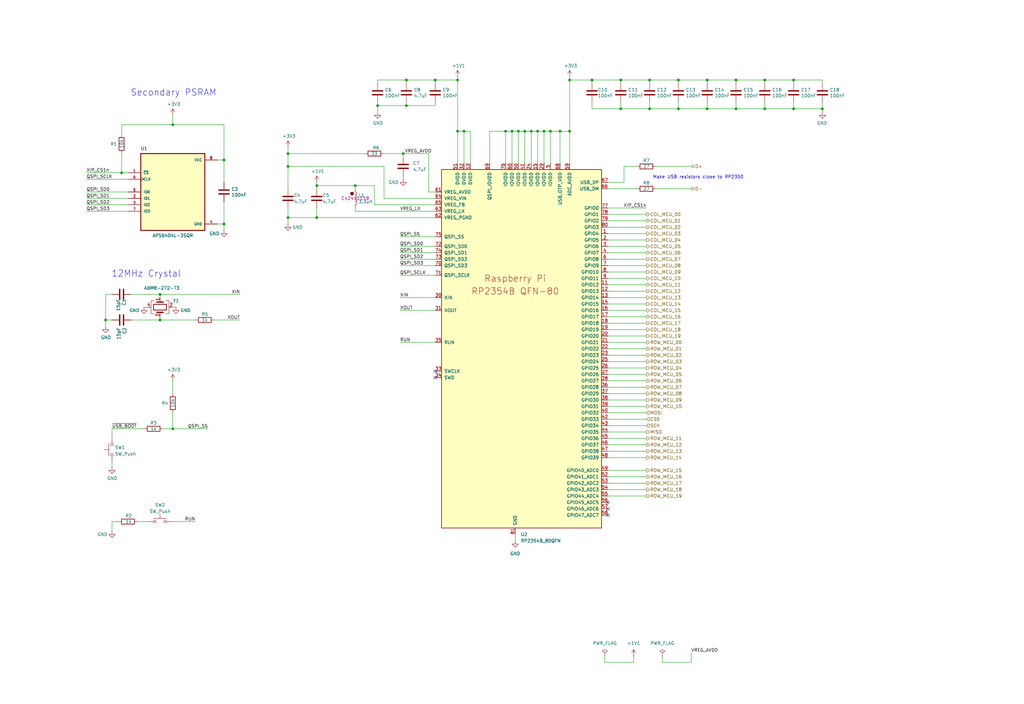
<source format=kicad_sch>
(kicad_sch (version 20250114) (generator "eeschema") (generator_version "9.0")
  (paper "User" 406.4 279.4)
  (lib_symbols
    (symbol "+1V1_1" (power) (pin_numbers (hide yes)) (pin_names (offset 0) (hide yes))
      (property "Value" "+1V1" (at 0 3.556 0))
      (symbol "+1V1_1_0_1"
        (polyline (pts (xy -0.762 1.27) (xy 0 2.54)))
        (polyline (pts (xy 0 2.54) (xy 0.762 1.27)))
        (polyline (pts (xy 0 0) (xy 0 2.54)))
      )
      (symbol "+1V1_1_1_1"
        (pin power_in line (at 0 0 90) (length 0) (name "~") (number "1"))
      )
    )
    (symbol "Device:C" (pin_numbers (hide yes)) (pin_names (offset 0.254))
      (property "Reference" "C" (at 0.635 2.54 0))
      (property "Value" "C" (at 0.635 -2.54 0))
      (symbol "C_0_1"
        (polyline (pts (xy -2.032 0.762) (xy 2.032 0.762)) (stroke (width 0.508)))
        (polyline (pts (xy -2.032 -0.762) (xy 2.032 -0.762)) (stroke (width 0.508)))
      )
      (symbol "C_1_1"
        (pin passive line (at 0 3.81 270) (length 2.794) (name "~") (number "1"))
        (pin passive line (at 0 -3.81 90) (length 2.794) (name "~") (number "2"))
      )
    )
    (symbol "Device:Crystal_GND24" (pin_names (offset 1.016) (hide yes))
      (property "Reference" "Y" (at 3.175 5.08 0))
      (property "Value" "Crystal_GND24" (at 3.175 3.175 0))
      (symbol "Crystal_GND24_0_1"
        (polyline (pts (xy -2.54 2.286) (xy -2.54 3.556) (xy 2.54 3.556) (xy 2.54 2.286)))
        (polyline (pts (xy -2.54 0) (xy -2.032 0)))
        (polyline (pts (xy -2.54 -2.286) (xy -2.54 -3.556) (xy 2.54 -3.556) (xy 2.54 -2.286)))
        (polyline (pts (xy -2.032 -1.27) (xy -2.032 1.27)) (stroke (width 0.508)))
        (rectangle (start -1.143 2.54) (end 1.143 -2.54) (stroke (width 0.3048)))
        (polyline (pts (xy 0 3.556) (xy 0 3.81)))
        (polyline (pts (xy 0 -3.81) (xy 0 -3.556)))
        (polyline (pts (xy 2.032 0) (xy 2.54 0)))
        (polyline (pts (xy 2.032 -1.27) (xy 2.032 1.27)) (stroke (width 0.508)))
      )
      (symbol "Crystal_GND24_1_1"
        (pin passive line (at -3.81 0 0) (length 1.27) (name "1") (number "1"))
        (pin passive line (at 0 5.08 270) (length 1.27) (name "2") (number "2"))
        (pin passive line (at 0 -5.08 90) (length 1.27) (name "4") (number "4"))
        (pin passive line (at 3.81 0 180) (length 1.27) (name "3") (number "3"))
      )
    )
    (symbol "Device:L" (pin_numbers (hide yes)) (pin_names (offset 1.016) (hide yes))
      (property "Reference" "L" (at -1.27 0 90))
      (property "Value" "L" (at 1.905 0 90))
      (symbol "L_0_1"
        (arc (start 0 2.54) (mid 0.6323 1.905) (end 0 1.27))
        (arc (start 0 1.27) (mid 0.6323 0.635) (end 0 0))
        (arc (start 0 0) (mid 0.6323 -0.635) (end 0 -1.27))
        (arc (start 0 -1.27) (mid 0.6323 -1.905) (end 0 -2.54))
      )
      (symbol "L_1_1"
        (pin passive line (at 0 3.81 270) (length 1.27) (name "1") (number "1"))
        (pin passive line (at 0 -3.81 90) (length 1.27) (name "2") (number "2"))
      )
    )
    (symbol "Device:R" (pin_numbers (hide yes)) (pin_names (offset 0))
      (property "Reference" "R" (at 2.032 0 90))
      (property "Value" "R" (at 0 0 90))
      (symbol "R_0_1"
        (rectangle (start -1.016 -2.54) (end 1.016 2.54) (stroke (width 0.254)))
      )
      (symbol "R_1_1"
        (pin passive line (at 0 3.81 270) (length 1.27) (name "~") (number "1"))
        (pin passive line (at 0 -3.81 90) (length 1.27) (name "~") (number "2"))
      )
    )
    (symbol "Switch:SW_Push" (pin_numbers (hide yes)) (pin_names (offset 1.016) (hide yes))
      (property "Reference" "SW" (at 1.27 2.54 0))
      (property "Value" "SW_Push" (at 0 -1.524 0))
      (symbol "SW_Push_0_1"
        (circle (center -2.032 0) (radius 0.508))
        (polyline (pts (xy 0 1.27) (xy 0 3.048)))
        (circle (center 2.032 0) (radius 0.508))
        (polyline (pts (xy 2.54 1.27) (xy -2.54 1.27)))
        (pin passive line (at -5.08 0 0) (length 2.54) (name "1") (number "1"))
        (pin passive line (at 5.08 0 180) (length 2.54) (name "2") (number "2"))
      )
    )
    (symbol "panel_custom:APS6404L-3SQR" (pin_names (offset 1.016))
      (property "Reference" "U" (at -12.7 16.24 0))
      (property "Value" "APS6404L-3SQR" (at -4.572 16.256 0))
      (symbol "APS6404L-3SQR_0_0"
        (rectangle (start -12.7 -15.24) (end 12.7 15.24) (stroke (width 0.41)) (fill (type background)))
        (pin input line (at -17.78 7.62 0) (length 5.08) (name "~{CS}") (number "1"))
        (pin input clock (at -17.78 5.08 0) (length 5.08) (name "CLK") (number "6"))
        (pin bidirectional line (at -17.78 0 0) (length 5.08) (name "IO0") (number "5"))
        (pin bidirectional line (at -17.78 -2.54 0) (length 5.08) (name "IO1") (number "2"))
        (pin bidirectional line (at -17.78 -5.08 0) (length 5.08) (name "IO2") (number "3"))
        (pin bidirectional line (at -17.78 -7.62 0) (length 5.08) (name "IO3") (number "7"))
        (pin power_in line (at 17.78 12.7 180) (length 5.08) (name "VCC") (number "8"))
        (pin power_in line (at 17.78 -12.7 180) (length 5.08) (name "GND") (number "4"))
      )
    )
    (symbol "panel_custom:RP2354B_80QFN" (pin_names (offset 1.016))
      (property "Reference" "U" (at -29.21 49.53 0))
      (property "Value" "RP2354B_80QFN" (at 25.4 -96.52 0))
      (symbol "RP2354B_80QFN_0_0"
        (text "Raspberry Pi" (at 0 5.08 0) (effects (font (size 2.54 2.54))))
      )
      (symbol "RP2354B_80QFN_0_1"
        (rectangle (start -29.21 48.26) (end 34.29 -93.98) (stroke (width 0.254)) (fill (type background)))
      )
      (symbol "RP2354B_80QFN_1_1"
        (text "RP2354B QFN-80" (at 0 0 0) (effects (font (size 2.54 2.54))))
        (pin power_in line (at -31.75 39.37 0) (length 2.54) (name "VREG_AVDD") (number "61"))
        (pin power_in line (at -31.75 36.83 0) (length 2.54) (name "VREG_VIN") (number "64"))
        (pin input line (at -31.75 34.29 0) (length 2.54) (name "VREG_FB") (number "65"))
        (pin power_out line (at -31.75 31.75 0) (length 2.54) (name "VREG_LX") (number "63"))
        (pin power_in line (at -31.75 29.21 0) (length 2.54) (name "VREG_PGND") (number "62"))
        (pin bidirectional line (at -31.75 21.59 0) (length 2.54) (name "QSPI_SS") (number "75"))
        (pin bidirectional line (at -31.75 17.78 0) (length 2.54) (name "QSPI_SD0") (number "72"))
        (pin bidirectional line (at -31.75 15.24 0) (length 2.54) (name "QSPI_SD1") (number "74"))
        (pin bidirectional line (at -31.75 12.7 0) (length 2.54) (name "QSPI_SD2") (number "73"))
        (pin bidirectional line (at -31.75 10.16 0) (length 2.54) (name "QSPI_SD3") (number "70"))
        (pin output line (at -31.75 6.35 0) (length 2.54) (name "QSPI_SCLK") (number "71"))
        (pin input line (at -31.75 -2.54 0) (length 2.54) (name "XIN") (number "30"))
        (pin passive line (at -31.75 -7.62 0) (length 2.54) (name "XOUT") (number "31"))
        (pin input line (at -31.75 -20.32 0) (length 2.54) (name "RUN") (number "35"))
        (pin output line (at -31.75 -31.75 0) (length 2.54) (name "SWCLK") (number "33"))
        (pin bidirectional line (at -31.75 -34.29 0) (length 2.54) (name "SWD") (number "34"))
        (pin power_in line (at -22.86 50.8 270) (length 2.54) (name "DVDD") (number "51"))
        (pin power_in line (at -20.32 50.8 270) (length 2.54) (name "DVDD") (number "32"))
        (pin power_in line (at -17.78 50.8 270) (length 2.54) (name "DVDD") (number "10"))
        (pin power_in line (at -10.16 50.8 270) (length 2.54) (name "QSPI_IOVDD") (number "69"))
        (pin power_in line (at -3.81 50.8 270) (length 2.54) (name "IOVDD") (number "76"))
        (pin power_in line (at -1.27 50.8 270) (length 2.54) (name "IOVDD") (number "60"))
        (pin power_in line (at 0 -96.52 90) (length 2.54) (name "GND") (number "81"))
        (pin power_in line (at 1.27 50.8 270) (length 2.54) (name "IOVDD") (number "50"))
        (pin power_in line (at 3.81 50.8 270) (length 2.54) (name "IOVDD") (number "41"))
        (pin power_in line (at 6.35 50.8 270) (length 2.54) (name "IOVDD") (number "24"))
        (pin power_in line (at 8.89 50.8 270) (length 2.54) (name "IOVDD") (number "15"))
        (pin power_in line (at 11.43 50.8 270) (length 2.54) (name "IOVDD") (number "29"))
        (pin power_in line (at 13.97 50.8 270) (length 2.54) (name "IOVDD") (number "5"))
        (pin power_in line (at 17.78 50.8 270) (length 2.54) (name "USB_OTP_VDD") (number "68"))
        (pin power_in line (at 21.59 50.8 270) (length 2.54) (name "ADC_AVDD") (number "59"))
        (pin bidirectional line (at 36.83 43.18 180) (length 2.54) (name "USB_DP") (number "67"))
        (pin bidirectional line (at 36.83 40.64 180) (length 2.54) (name "USB_DM") (number "66"))
        (pin bidirectional line (at 36.83 33.02 180) (length 2.54) (name "GPIO0") (number "77"))
        (pin bidirectional line (at 36.83 30.48 180) (length 2.54) (name "GPIO1") (number "78"))
        (pin bidirectional line (at 36.83 27.94 180) (length 2.54) (name "GPIO2") (number "79"))
        (pin bidirectional line (at 36.83 25.4 180) (length 2.54) (name "GPIO3") (number "80"))
        (pin bidirectional line (at 36.83 22.86 180) (length 2.54) (name "GPIO4") (number "1"))
        (pin bidirectional line (at 36.83 20.32 180) (length 2.54) (name "GPIO5") (number "2"))
        (pin bidirectional line (at 36.83 17.78 180) (length 2.54) (name "GPIO6") (number "3"))
        (pin bidirectional line (at 36.83 15.24 180) (length 2.54) (name "GPIO7") (number "4"))
        (pin bidirectional line (at 36.83 12.7 180) (length 2.54) (name "GPIO8") (number "6"))
        (pin bidirectional line (at 36.83 10.16 180) (length 2.54) (name "GPIO9") (number "7"))
        (pin bidirectional line (at 36.83 7.62 180) (length 2.54) (name "GPIO10") (number "8"))
        (pin bidirectional line (at 36.83 5.08 180) (length 2.54) (name "GPIO11") (number "9"))
        (pin bidirectional line (at 36.83 2.54 180) (length 2.54) (name "GPIO12") (number "11"))
        (pin bidirectional line (at 36.83 0 180) (length 2.54) (name "GPIO13") (number "12"))
        (pin bidirectional line (at 36.83 -2.54 180) (length 2.54) (name "GPIO14") (number "13"))
        (pin bidirectional line (at 36.83 -5.08 180) (length 2.54) (name "GPIO15") (number "14"))
        (pin bidirectional line (at 36.83 -7.62 180) (length 2.54) (name "GPIO16") (number "16"))
        (pin bidirectional line (at 36.83 -10.16 180) (length 2.54) (name "GPIO17") (number "17"))
        (pin bidirectional line (at 36.83 -12.7 180) (length 2.54) (name "GPIO18") (number "18"))
        (pin bidirectional line (at 36.83 -15.24 180) (length 2.54) (name "GPIO19") (number "19"))
        (pin bidirectional line (at 36.83 -17.78 180) (length 2.54) (name "GPIO20") (number "20"))
        (pin bidirectional line (at 36.83 -20.32 180) (length 2.54) (name "GPIO21") (number "21"))
        (pin bidirectional line (at 36.83 -22.86 180) (length 2.54) (name "GPIO22") (number "22"))
        (pin bidirectional line (at 36.83 -25.4 180) (length 2.54) (name "GPIO23") (number "23"))
        (pin bidirectional line (at 36.83 -27.94 180) (length 2.54) (name "GPIO24") (number "25"))
        (pin bidirectional line (at 36.83 -30.48 180) (length 2.54) (name "GPIO25") (number "26"))
        (pin bidirectional line (at 36.83 -33.02 180) (length 2.54) (name "GPIO26") (number "27"))
        (pin bidirectional line (at 36.83 -35.56 180) (length 2.54) (name "GPIO27") (number "28"))
        (pin bidirectional line (at 36.83 -38.1 180) (length 2.54) (name "GPIO28") (number "36"))
        (pin bidirectional line (at 36.83 -40.64 180) (length 2.54) (name "GPIO29") (number "37"))
        (pin bidirectional line (at 36.83 -43.18 180) (length 2.54) (name "GPIO30") (number "38"))
        (pin bidirectional line (at 36.83 -45.72 180) (length 2.54) (name "GPIO31") (number "39"))
        (pin bidirectional line (at 36.83 -48.26 180) (length 2.54) (name "GPIO32") (number "40"))
        (pin bidirectional line (at 36.83 -50.8 180) (length 2.54) (name "GPIO33") (number "42"))
        (pin bidirectional line (at 36.83 -53.34 180) (length 2.54) (name "GPIO34") (number "43"))
        (pin bidirectional line (at 36.83 -55.88 180) (length 2.54) (name "GPIO35") (number "44"))
        (pin bidirectional line (at 36.83 -58.42 180) (length 2.54) (name "GPIO36") (number "45"))
        (pin bidirectional line (at 36.83 -60.96 180) (length 2.54) (name "GPIO37") (number "46"))
        (pin bidirectional line (at 36.83 -63.5 180) (length 2.54) (name "GPIO38") (number "47"))
        (pin bidirectional line (at 36.83 -66.04 180) (length 2.54) (name "GPIO39") (number "48"))
        (pin bidirectional line (at 36.83 -71.12 180) (length 2.54) (name "GPIO40_ADC0") (number "49"))
        (pin bidirectional line (at 36.83 -73.66 180) (length 2.54) (name "GPIO41_ADC1") (number "52"))
        (pin bidirectional line (at 36.83 -76.2 180) (length 2.54) (name "GPIO42_ADC2") (number "53"))
        (pin bidirectional line (at 36.83 -78.74 180) (length 2.54) (name "GPIO43_ADC3") (number "54"))
        (pin bidirectional line (at 36.83 -81.28 180) (length 2.54) (name "GPIO44_ADC4") (number "55"))
        (pin bidirectional line (at 36.83 -83.82 180) (length 2.54) (name "GPIO45_ADC5") (number "56"))
        (pin bidirectional line (at 36.83 -86.36 180) (length 2.54) (name "GPIO46_ADC6") (number "57"))
        (pin bidirectional line (at 36.83 -88.9 180) (length 2.54) (name "GPIO47_ADC7") (number "58"))
      )
    )
    (symbol "power:+1V1" (power) (pin_numbers (hide yes)) (pin_names (offset 0) (hide yes))
      (property "Value" "+1V1" (at 0 3.556 0))
      (symbol "+1V1_0_1"
        (polyline (pts (xy -0.762 1.27) (xy 0 2.54)))
        (polyline (pts (xy 0 2.54) (xy 0.762 1.27)))
        (polyline (pts (xy 0 0) (xy 0 2.54)))
      )
      (symbol "+1V1_1_1"
        (pin power_in line (at 0 0 90) (length 0) (name "~") (number "1"))
      )
    )
    (symbol "power:+3V3" (power) (pin_numbers (hide yes)) (pin_names (offset 0) (hide yes))
      (property "Value" "+3V3" (at 0 3.556 0))
      (symbol "+3V3_0_1"
        (polyline (pts (xy -0.762 1.27) (xy 0 2.54)))
        (polyline (pts (xy 0 2.54) (xy 0.762 1.27)))
        (polyline (pts (xy 0 0) (xy 0 2.54)))
      )
      (symbol "+3V3_1_1"
        (pin power_in line (at 0 0 90) (length 0) (name "~") (number "1"))
      )
    )
    (symbol "power:GND" (power) (pin_numbers (hide yes)) (pin_names (offset 0) (hide yes))
      (property "Value" "GND" (at 0 -3.81 0))
      (symbol "GND_0_1"
        (polyline (pts (xy 0 0) (xy 0 -1.27) (xy 1.27 -1.27) (xy 0 -2.54) (xy -1.27 -1.27) (xy 0 -1.27)))
      )
      (symbol "GND_1_1"
        (pin power_in line (at 0 0 270) (length 0) (name "~") (number "1"))
      )
    )
    (symbol "power:PWR_FLAG" (power) (pin_numbers (hide yes)) (pin_names (offset 0) (hide yes))
      (property "Value" "PWR_FLAG" (at 0 3.81 0))
      (symbol "PWR_FLAG_0_0"
        (pin power_out line (at 0 0 90) (length 0) (name "~") (number "1"))
      )
      (symbol "PWR_FLAG_0_1"
        (polyline (pts (xy 0 0) (xy 0 1.27) (xy -1.016 1.905) (xy 0 2.54) (xy 1.016 1.905) (xy 0 1.27)))
      )
    )
  )
  (circle (center 139.7 76.835) (radius 0.635) (stroke (width 0) (color 132 0 0 1)) (fill (type color) (color 132 0 0 1)))
  (text "12MHz Crystal" (at 44.196 110.236 0) (effects (font (size 2.54 2.54)) (justify left bottom)))
  (text "Secondary PSRAM" (at 51.816 38.354 0) (effects (font (size 2.54 2.54)) (justify left bottom)))
  (text "Make USB resistors close to RP2350\n" (at 259.08 71.12 0) (effects (font (size 1.27 1.27)) (justify left bottom)))
  (junction (at 125.73 86.36))
  (junction (at 269.24 43.18))
  (junction (at 149.86 41.91))
  (junction (at 222.25 52.07))
  (junction (at 215.9 52.07))
  (junction (at 114.3 60.96))
  (junction (at 48.26 68.58))
  (junction (at 181.61 31.75))
  (junction (at 326.39 43.18))
  (junction (at 140.97 73.66))
  (junction (at 41.91 127))
  (junction (at 257.81 43.18))
  (junction (at 172.72 31.75))
  (junction (at 269.24 31.75))
  (junction (at 292.1 43.18))
  (junction (at 63.5 127))
  (junction (at 184.15 52.07))
  (junction (at 257.81 31.75))
  (junction (at 114.3 86.36))
  (junction (at 200.66 52.07))
  (junction (at 114.3 66.04))
  (junction (at 218.44 52.07))
  (junction (at 213.36 52.07))
  (junction (at 88.9 88.9))
  (junction (at 234.95 31.75))
  (junction (at 303.53 31.75))
  (junction (at 203.2 52.07))
  (junction (at 314.96 31.75))
  (junction (at 160.02 60.96))
  (junction (at 303.53 43.18))
  (junction (at 125.73 73.66))
  (junction (at 246.38 43.18))
  (junction (at 226.06 52.07))
  (junction (at 208.28 52.07))
  (junction (at 161.29 41.91))
  (junction (at 292.1 31.75))
  (junction (at 246.38 31.75))
  (junction (at 68.58 170.18))
  (junction (at 68.58 49.53))
  (junction (at 226.06 31.75))
  (junction (at 88.9 63.5))
  (junction (at 161.29 31.75))
  (junction (at 210.82 52.07))
  (junction (at 205.74 52.07))
  (junction (at 280.67 31.75))
  (junction (at 63.5 116.84))
  (junction (at 181.61 52.07))
  (junction (at 314.96 43.18))
  (junction (at 280.67 43.18))
  (no_connect (at 172.72 147.32))
  (no_connect (at 241.3 201.93))
  (no_connect (at 241.3 204.47))
  (no_connect (at 172.72 149.86))
  (no_connect (at 241.3 199.39))
  (wire (pts (xy 241.3 82.55) (xy 256.54 82.55)))
  (wire (pts (xy 257.81 43.18) (xy 246.38 43.18)))
  (wire (pts (xy 152.4 78.74) (xy 172.72 78.74)))
  (wire (pts (xy 241.3 146.05) (xy 256.54 146.05)))
  (wire (pts (xy 181.61 31.75) (xy 181.61 52.07)))
  (wire (pts (xy 241.3 107.95) (xy 256.54 107.95)))
  (wire (pts (xy 246.38 40.64) (xy 246.38 43.18)))
  (wire (pts (xy 68.58 45.72) (xy 68.58 49.53)))
  (wire (pts (xy 241.3 95.25) (xy 256.54 95.25)))
  (wire (pts (xy 149.86 40.64) (xy 149.86 41.91)))
  (wire (pts (xy 88.9 63.5) (xy 88.9 72.39)))
  (wire (pts (xy 260.35 74.93) (xy 274.32 74.93)))
  (wire (pts (xy 292.1 40.64) (xy 292.1 43.18)))
  (wire (pts (xy 34.29 68.58) (xy 48.26 68.58)))
  (wire (pts (xy 48.26 49.53) (xy 68.58 49.53)))
  (wire (pts (xy 186.69 52.07) (xy 186.69 64.77)))
  (wire (pts (xy 34.29 78.74) (xy 50.8 78.74)))
  (wire (pts (xy 34.29 81.28) (xy 50.8 81.28)))
  (wire (pts (xy 241.3 168.91) (xy 256.54 168.91)))
  (wire (pts (xy 88.9 80.01) (xy 88.9 88.9)))
  (wire (pts (xy 114.3 66.04) (xy 152.4 66.04)))
  (wire (pts (xy 88.9 49.53) (xy 88.9 63.5)))
  (wire (pts (xy 215.9 52.07) (xy 218.44 52.07)))
  (wire (pts (xy 241.3 189.23) (xy 256.54 189.23)))
  (wire (pts (xy 234.95 40.64) (xy 234.95 43.18)))
  (wire (pts (xy 241.3 123.19) (xy 256.54 123.19)))
  (wire (pts (xy 172.72 33.02) (xy 172.72 31.75)))
  (wire (pts (xy 226.06 31.75) (xy 234.95 31.75)))
  (wire (pts (xy 57.15 170.18) (xy 44.45 170.18)))
  (wire (pts (xy 114.3 86.36) (xy 114.3 88.9)))
  (wire (pts (xy 158.75 118.11) (xy 172.72 118.11)))
  (wire (pts (xy 44.45 116.84) (xy 41.91 116.84)))
  (wire (pts (xy 326.39 43.18) (xy 326.39 44.45)))
  (wire (pts (xy 241.3 92.71) (xy 256.54 92.71)))
  (wire (pts (xy 269.24 31.75) (xy 280.67 31.75)))
  (wire (pts (xy 210.82 64.77) (xy 210.82 52.07)))
  (wire (pts (xy 241.3 100.33) (xy 256.54 100.33)))
  (wire (pts (xy 205.74 64.77) (xy 205.74 52.07)))
  (wire (pts (xy 52.07 116.84) (xy 63.5 116.84)))
  (wire (pts (xy 260.35 66.04) (xy 274.32 66.04)))
  (wire (pts (xy 208.28 64.77) (xy 208.28 52.07)))
  (wire (pts (xy 292.1 33.02) (xy 292.1 31.75)))
  (wire (pts (xy 200.66 64.77) (xy 200.66 52.07)))
  (wire (pts (xy 160.02 60.96) (xy 170.18 60.96)))
  (wire (pts (xy 158.75 105.41) (xy 172.72 105.41)))
  (wire (pts (xy 34.29 76.2) (xy 50.8 76.2)))
  (wire (pts (xy 200.66 52.07) (xy 203.2 52.07)))
  (wire (pts (xy 140.97 73.66) (xy 140.97 74.93)))
  (wire (pts (xy 241.3 118.11) (xy 256.54 118.11)))
  (wire (pts (xy 314.96 31.75) (xy 326.39 31.75)))
  (wire (pts (xy 203.2 52.07) (xy 205.74 52.07)))
  (wire (pts (xy 241.3 102.87) (xy 256.54 102.87)))
  (wire (pts (xy 68.58 163.83) (xy 68.58 170.18)))
  (wire (pts (xy 63.5 116.84) (xy 95.25 116.84)))
  (wire (pts (xy 172.72 41.91) (xy 172.72 40.64)))
  (wire (pts (xy 63.5 125.73) (xy 63.5 127)))
  (wire (pts (xy 234.95 31.75) (xy 246.38 31.75)))
  (wire (pts (xy 226.06 31.75) (xy 226.06 52.07)))
  (wire (pts (xy 251.46 262.89) (xy 251.46 260.35)))
  (wire (pts (xy 247.65 66.04) (xy 247.65 72.39)))
  (wire (pts (xy 140.97 83.82) (xy 140.97 82.55)))
  (wire (pts (xy 160.02 71.12) (xy 160.02 69.85)))
  (wire (pts (xy 125.73 82.55) (xy 125.73 86.36)))
  (wire (pts (xy 241.3 173.99) (xy 256.54 173.99)))
  (wire (pts (xy 314.96 40.64) (xy 314.96 43.18)))
  (wire (pts (xy 114.3 82.55) (xy 114.3 86.36)))
  (wire (pts (xy 125.73 86.36) (xy 172.72 86.36)))
  (wire (pts (xy 63.5 127) (xy 77.47 127)))
  (wire (pts (xy 170.18 60.96) (xy 170.18 76.2)))
  (wire (pts (xy 241.3 140.97) (xy 256.54 140.97)))
  (wire (pts (xy 326.39 43.18) (xy 314.96 43.18)))
  (wire (pts (xy 203.2 64.77) (xy 203.2 52.07)))
  (wire (pts (xy 213.36 52.07) (xy 215.9 52.07)))
  (wire (pts (xy 241.3 128.27) (xy 256.54 128.27)))
  (wire (pts (xy 148.59 73.66) (xy 140.97 73.66)))
  (wire (pts (xy 241.3 138.43) (xy 256.54 138.43)))
  (wire (pts (xy 215.9 64.77) (xy 215.9 52.07)))
  (wire (pts (xy 149.86 33.02) (xy 149.86 31.75)))
  (wire (pts (xy 241.3 196.85) (xy 256.54 196.85)))
  (wire (pts (xy 152.4 60.96) (xy 160.02 60.96)))
  (wire (pts (xy 269.24 33.02) (xy 269.24 31.75)))
  (wire (pts (xy 181.61 52.07) (xy 181.61 64.77)))
  (wire (pts (xy 257.81 33.02) (xy 257.81 31.75)))
  (wire (pts (xy 241.3 125.73) (xy 256.54 125.73)))
  (wire (pts (xy 184.15 52.07) (xy 181.61 52.07)))
  (wire (pts (xy 240.03 260.35) (xy 240.03 262.89)))
  (wire (pts (xy 194.31 52.07) (xy 200.66 52.07)))
  (wire (pts (xy 246.38 31.75) (xy 257.81 31.75)))
  (wire (pts (xy 241.3 135.89) (xy 256.54 135.89)))
  (wire (pts (xy 205.74 52.07) (xy 208.28 52.07)))
  (wire (pts (xy 172.72 31.75) (xy 181.61 31.75)))
  (wire (pts (xy 241.3 72.39) (xy 247.65 72.39)))
  (wire (pts (xy 269.24 40.64) (xy 269.24 43.18)))
  (wire (pts (xy 208.28 52.07) (xy 210.82 52.07)))
  (wire (pts (xy 50.8 68.58) (xy 48.26 68.58)))
  (wire (pts (xy 114.3 60.96) (xy 114.3 66.04)))
  (wire (pts (xy 54.61 207.01) (xy 58.42 207.01)))
  (wire (pts (xy 158.75 102.87) (xy 172.72 102.87)))
  (wire (pts (xy 184.15 64.77) (xy 184.15 52.07)))
  (wire (pts (xy 303.53 40.64) (xy 303.53 43.18)))
  (wire (pts (xy 326.39 40.64) (xy 326.39 43.18)))
  (wire (pts (xy 241.3 148.59) (xy 256.54 148.59)))
  (wire (pts (xy 148.59 81.28) (xy 148.59 73.66)))
  (wire (pts (xy 172.72 109.22) (xy 158.75 109.22)))
  (wire (pts (xy 34.29 71.12) (xy 50.8 71.12)))
  (wire (pts (xy 241.3 120.65) (xy 256.54 120.65)))
  (wire (pts (xy 194.31 64.77) (xy 194.31 52.07)))
  (wire (pts (xy 218.44 52.07) (xy 218.44 64.77)))
  (wire (pts (xy 280.67 31.75) (xy 292.1 31.75)))
  (wire (pts (xy 234.95 33.02) (xy 234.95 31.75)))
  (wire (pts (xy 226.06 52.07) (xy 226.06 64.77)))
  (wire (pts (xy 247.65 66.04) (xy 252.73 66.04)))
  (wire (pts (xy 64.77 170.18) (xy 68.58 170.18)))
  (wire (pts (xy 262.89 260.35) (xy 262.89 262.89)))
  (wire (pts (xy 114.3 86.36) (xy 125.73 86.36)))
  (wire (pts (xy 280.67 33.02) (xy 280.67 31.75)))
  (wire (pts (xy 41.91 116.84) (xy 41.91 127)))
  (wire (pts (xy 68.58 207.01) (xy 77.47 207.01)))
  (wire (pts (xy 241.3 171.45) (xy 256.54 171.45)))
  (wire (pts (xy 158.75 100.33) (xy 172.72 100.33)))
  (wire (pts (xy 63.5 118.11) (xy 63.5 116.84)))
  (wire (pts (xy 152.4 66.04) (xy 152.4 78.74)))
  (wire (pts (xy 241.3 130.81) (xy 256.54 130.81)))
  (wire (pts (xy 241.3 186.69) (xy 256.54 186.69)))
  (wire (pts (xy 44.45 183.515) (xy 44.45 185.42)))
  (wire (pts (xy 44.45 170.18) (xy 44.45 173.355)))
  (wire (pts (xy 241.3 191.77) (xy 256.54 191.77)))
  (wire (pts (xy 257.81 40.64) (xy 257.81 43.18)))
  (wire (pts (xy 218.44 52.07) (xy 222.25 52.07)))
  (wire (pts (xy 222.25 52.07) (xy 226.06 52.07)))
  (wire (pts (xy 161.29 40.64) (xy 161.29 41.91)))
  (wire (pts (xy 161.29 31.75) (xy 172.72 31.75)))
  (wire (pts (xy 68.58 121.92) (xy 69.85 121.92)))
  (wire (pts (xy 149.86 41.91) (xy 149.86 44.45)))
  (wire (pts (xy 241.3 105.41) (xy 256.54 105.41)))
  (wire (pts (xy 44.45 127) (xy 41.91 127)))
  (wire (pts (xy 213.36 52.07) (xy 213.36 64.77)))
  (wire (pts (xy 292.1 31.75) (xy 303.53 31.75)))
  (wire (pts (xy 241.3 163.83) (xy 256.54 163.83)))
  (wire (pts (xy 241.3 85.09) (xy 256.54 85.09)))
  (wire (pts (xy 140.97 83.82) (xy 172.72 83.82)))
  (wire (pts (xy 34.29 83.82) (xy 50.8 83.82)))
  (wire (pts (xy 241.3 90.17) (xy 256.54 90.17)))
  (wire (pts (xy 52.07 127) (xy 63.5 127)))
  (wire (pts (xy 125.73 72.39) (xy 125.73 73.66)))
  (wire (pts (xy 44.45 207.01) (xy 44.45 210.82)))
  (wire (pts (xy 88.9 88.9) (xy 86.36 88.9)))
  (wire (pts (xy 303.53 43.18) (xy 292.1 43.18)))
  (wire (pts (xy 114.3 58.42) (xy 114.3 60.96)))
  (wire (pts (xy 48.26 53.34) (xy 48.26 49.53)))
  (wire (pts (xy 241.3 194.31) (xy 256.54 194.31)))
  (wire (pts (xy 241.3 97.79) (xy 256.54 97.79)))
  (wire (pts (xy 158.75 123.19) (xy 172.72 123.19)))
  (wire (pts (xy 226.06 30.48) (xy 226.06 31.75)))
  (wire (pts (xy 326.39 33.02) (xy 326.39 31.75)))
  (wire (pts (xy 280.67 43.18) (xy 269.24 43.18)))
  (wire (pts (xy 158.75 135.89) (xy 172.72 135.89)))
  (wire (pts (xy 160.02 60.96) (xy 160.02 62.23)))
  (wire (pts (xy 125.73 74.93) (xy 125.73 73.66)))
  (wire (pts (xy 262.89 262.89) (xy 274.32 262.89)))
  (wire (pts (xy 125.73 73.66) (xy 140.97 73.66)))
  (wire (pts (xy 158.75 93.98) (xy 172.72 93.98)))
  (wire (pts (xy 170.18 76.2) (xy 172.72 76.2)))
  (wire (pts (xy 241.3 87.63) (xy 256.54 87.63)))
  (wire (pts (xy 241.3 153.67) (xy 256.54 153.67)))
  (wire (pts (xy 41.91 127) (xy 41.91 129.54)))
  (wire (pts (xy 241.3 181.61) (xy 256.54 181.61)))
  (wire (pts (xy 68.58 151.13) (xy 68.58 156.21)))
  (wire (pts (xy 280.67 40.64) (xy 280.67 43.18)))
  (wire (pts (xy 246.38 33.02) (xy 246.38 31.75)))
  (wire (pts (xy 241.3 133.35) (xy 256.54 133.35)))
  (wire (pts (xy 241.3 161.29) (xy 256.54 161.29)))
  (wire (pts (xy 204.47 212.09) (xy 204.47 214.63)))
  (wire (pts (xy 292.1 43.18) (xy 280.67 43.18)))
  (wire (pts (xy 303.53 33.02) (xy 303.53 31.75)))
  (wire (pts (xy 149.86 41.91) (xy 161.29 41.91)))
  (wire (pts (xy 241.3 151.13) (xy 256.54 151.13)))
  (wire (pts (xy 57.15 121.92) (xy 58.42 121.92)))
  (wire (pts (xy 257.81 31.75) (xy 269.24 31.75)))
  (wire (pts (xy 241.3 74.93) (xy 252.73 74.93)))
  (wire (pts (xy 246.38 43.18) (xy 234.95 43.18)))
  (wire (pts (xy 85.09 127) (xy 95.25 127)))
  (wire (pts (xy 241.3 156.21) (xy 256.54 156.21)))
  (wire (pts (xy 241.3 166.37) (xy 256.54 166.37)))
  (wire (pts (xy 274.32 262.89) (xy 274.32 259.08)))
  (wire (pts (xy 222.25 64.77) (xy 222.25 52.07)))
  (wire (pts (xy 210.82 52.07) (xy 213.36 52.07)))
  (wire (pts (xy 88.9 63.5) (xy 86.36 63.5)))
  (wire (pts (xy 114.3 66.04) (xy 114.3 74.93)))
  (wire (pts (xy 241.3 143.51) (xy 256.54 143.51)))
  (wire (pts (xy 241.3 158.75) (xy 256.54 158.75)))
  (wire (pts (xy 88.9 88.9) (xy 88.9 91.44)))
  (wire (pts (xy 161.29 33.02) (xy 161.29 31.75)))
  (wire (pts (xy 240.03 262.89) (xy 251.46 262.89)))
  (wire (pts (xy 46.99 207.01) (xy 44.45 207.01)))
  (wire (pts (xy 303.53 31.75) (xy 314.96 31.75)))
  (wire (pts (xy 149.86 31.75) (xy 161.29 31.75)))
  (wire (pts (xy 181.61 30.48) (xy 181.61 31.75)))
  (wire (pts (xy 269.24 43.18) (xy 257.81 43.18)))
  (wire (pts (xy 68.58 170.18) (xy 82.55 170.18)))
  (wire (pts (xy 184.15 52.07) (xy 186.69 52.07)))
  (wire (pts (xy 161.29 41.91) (xy 172.72 41.91)))
  (wire (pts (xy 314.96 43.18) (xy 303.53 43.18)))
  (wire (pts (xy 158.75 97.79) (xy 172.72 97.79)))
  (wire (pts (xy 172.72 81.28) (xy 148.59 81.28)))
  (wire (pts (xy 68.58 49.53) (xy 88.9 49.53)))
  (wire (pts (xy 241.3 113.03) (xy 256.54 113.03)))
  (wire (pts (xy 241.3 179.07) (xy 256.54 179.07)))
  (wire (pts (xy 48.26 60.96) (xy 48.26 68.58)))
  (wire (pts (xy 314.96 33.02) (xy 314.96 31.75)))
  (wire (pts (xy 241.3 110.49) (xy 256.54 110.49)))
  (wire (pts (xy 241.3 115.57) (xy 256.54 115.57)))
  (wire (pts (xy 114.3 60.96) (xy 144.78 60.96)))
  (wire (pts (xy 241.3 176.53) (xy 256.54 176.53)))
  (label "QSPI_SD2" (at 158.75 102.87 0))
  (label "XIN" (at 95.25 116.84 180))
  (label "QSPI_SS" (at 82.55 170.18 180))
  (label "QSPI_SD3" (at 158.75 105.41 0))
  (label "QSPI_SD0" (at 34.29 76.2 0))
  (label "QSPI_SCLK" (at 34.29 71.12 0))
  (label "XIP_CS1n" (at 34.29 68.58 0))
  (label "VREG_AVDD" (at 274.32 259.08 0))
  (label "QSPI_SS" (at 158.75 93.98 0))
  (label "XIP_CS1n" (at 256.54 82.55 180))
  (label "~{USB_BOOT}" (at 44.45 170.18 0))
  (label "QSPI_SD3" (at 34.29 83.82 0))
  (label "QSPI_SD1" (at 34.29 78.74 0))
  (label "QSPI_SD2" (at 34.29 81.28 0))
  (label "QSPI_SD0" (at 158.75 97.79 0))
  (label "QSPI_SCLK" (at 158.75 109.22 0))
  (label "XOUT" (at 95.25 127 180))
  (label "RUN" (at 158.75 135.89 0))
  (label "RUN" (at 77.47 207.01 180))
  (label "QSPI_SD1" (at 158.75 100.33 0))
  (label "XIN" (at 158.75 118.11 0))
  (label "VREG_AVDD" (at 160.655 60.96 0))
  (label "VREG_LX" (at 158.75 83.82 0))
  (label "XOUT" (at 158.75 123.19 0))
  (hierarchical_label "COL_MCU_00" (shape output) (at 256.54 85.09 0))
  (hierarchical_label "ROW_MCU_06" (shape output) (at 256.54 151.13 0))
  (hierarchical_label "COL_MCU_07" (shape output) (at 256.54 102.87 0))
  (hierarchical_label "COL_MCU_16" (shape output) (at 256.54 125.73 0))
  (hierarchical_label "SCK" (shape input) (at 256.54 168.91 0))
  (hierarchical_label "COL_MCU_12" (shape output) (at 256.54 115.57 0))
  (hierarchical_label "ROW_MCU_05" (shape output) (at 256.54 148.59 0))
  (hierarchical_label "ROW_MCU_17" (shape output) (at 256.54 191.77 0))
  (hierarchical_label "ROW_MCU_07" (shape output) (at 256.54 153.67 0))
  (hierarchical_label "COL_MCU_09" (shape output) (at 256.54 107.95 0))
  (hierarchical_label "COL_MCU_13" (shape output) (at 256.54 118.11 0))
  (hierarchical_label "ROW_MCU_08" (shape output) (at 256.54 156.21 0))
  (hierarchical_label "COL_MCU_04" (shape output) (at 256.54 95.25 0))
  (hierarchical_label "COL_MCU_19" (shape output) (at 256.54 133.35 0))
  (hierarchical_label "ROW_MCU_16" (shape output) (at 256.54 189.23 0))
  (hierarchical_label "D+" (shape bidirectional) (at 274.32 66.04 0))
  (hierarchical_label "ROW_MCU_00" (shape output) (at 256.54 135.89 0))
  (hierarchical_label "COL_MCU_18" (shape output) (at 256.54 130.81 0))
  (hierarchical_label "ROW_MCU_10" (shape output) (at 256.54 161.29 0))
  (hierarchical_label "COL_MCU_10" (shape output) (at 256.54 110.49 0))
  (hierarchical_label "ROW_MCU_12" (shape output) (at 256.54 176.53 0))
  (hierarchical_label "CS0" (shape input) (at 256.54 166.37 0))
  (hierarchical_label "ROW_MCU_03" (shape output) (at 256.54 143.51 0))
  (hierarchical_label "COL_MCU_17" (shape output) (at 256.54 128.27 0))
  (hierarchical_label "MISO" (shape output) (at 256.54 171.45 0))
  (hierarchical_label "ROW_MCU_14" (shape output) (at 256.54 181.61 0))
  (hierarchical_label "COL_MCU_03" (shape output) (at 256.54 92.71 0))
  (hierarchical_label "ROW_MCU_19" (shape output) (at 256.54 196.85 0))
  (hierarchical_label "MOSI" (shape input) (at 256.54 163.83 0))
  (hierarchical_label "COL_MCU_11" (shape output) (at 256.54 113.03 0))
  (hierarchical_label "COL_MCU_06" (shape output) (at 256.54 100.33 0))
  (hierarchical_label "COL_MCU_02" (shape output) (at 256.54 90.17 0))
  (hierarchical_label "ROW_MCU_11" (shape output) (at 256.54 173.99 0))
  (hierarchical_label "ROW_MCU_18" (shape output) (at 256.54 194.31 0))
  (hierarchical_label "COL_MCU_15" (shape output) (at 256.54 123.19 0))
  (hierarchical_label "ROW_MCU_09" (shape output) (at 256.54 158.75 0))
  (hierarchical_label "COL_MCU_01" (shape output) (at 256.54 87.63 0))
  (hierarchical_label "ROW_MCU_15" (shape output) (at 256.54 186.69 0))
  (hierarchical_label "D-" (shape bidirectional) (at 274.32 74.93 0))
  (hierarchical_label "COL_MCU_14" (shape output) (at 256.54 120.65 0))
  (hierarchical_label "ROW_MCU_04" (shape output) (at 256.54 146.05 0))
  (hierarchical_label "ROW_MCU_01" (shape output) (at 256.54 138.43 0))
  (hierarchical_label "COL_MCU_08" (shape output) (at 256.54 105.41 0))
  (hierarchical_label "COL_MCU_05" (shape output) (at 256.54 97.79 0))
  (hierarchical_label "ROW_MCU_13" (shape output) (at 256.54 179.07 0))
  (hierarchical_label "ROW_MCU_02" (shape output) (at 256.54 140.97 0))
  (symbol (lib_id "Device:C") (at 48.26 116.84 270) (unit 1)
    (property "Reference" "C1" (at 49.276 118.618 0) (effects (justify left)))
    (property "Value" "15pF" (at 46.9646 118.618 0) (effects (justify left)))
    (property "Footprint" "Capacitor_SMD:C_0201_0603Metric" (effects (hide yes)))
    (property "LCSC Part #" "C541259" (effects (hide yes)))
  )
  (symbol (lib_id "Device:C") (at 48.26 127 270) (unit 1)
    (property "Reference" "C2" (at 49.4284 129.921 0) (effects (justify left)))
    (property "Value" "15pF" (at 47.117 129.921 0) (effects (justify left)))
    (property "Footprint" "Capacitor_SMD:C_0201_0603Metric" (effects (hide yes)))
    (property "LCSC Part #" "C541259" (effects (hide yes)))
  )
  (symbol (lib_id "power:GND") (at 41.91 129.54 0) (unit 1)
    (property "Reference" "#PWR04" (effects (hide yes)))
    (property "Value" "GND" (at 42.037 133.9342 0))
  )
  (symbol (lib_id "power:+3V3") (at 226.06 30.48 0) (unit 1)
    (property "Reference" "#PWR019" (effects (hide yes)))
    (property "Value" "+3V3" (at 226.441 26.0858 0))
  )
  (symbol (lib_id "Device:C") (at 257.81 36.83 0) (unit 1)
    (property "Reference" "C12" (at 260.731 35.6616 0) (effects (justify left)))
    (property "Value" "100nF" (at 260.731 37.973 0) (effects (justify left)))
    (property "Footprint" "Capacitor_SMD:C_0201_0603Metric" (effects (hide yes)))
    (property "LCSC Part #" "C76939" (effects (hide yes)))
  )
  (symbol (lib_id "Device:C") (at 269.24 36.83 0) (unit 1)
    (property "Reference" "C13" (at 272.161 35.6616 0) (effects (justify left)))
    (property "Value" "100nF" (at 272.161 37.973 0) (effects (justify left)))
    (property "Footprint" "Capacitor_SMD:C_0201_0603Metric" (effects (hide yes)))
    (property "LCSC Part #" "C76939" (effects (hide yes)))
  )
  (symbol (lib_id "Device:C") (at 280.67 36.83 0) (unit 1)
    (property "Reference" "C14" (at 283.591 35.6616 0) (effects (justify left)))
    (property "Value" "100nF" (at 283.591 37.973 0) (effects (justify left)))
    (property "Footprint" "Capacitor_SMD:C_0201_0603Metric" (effects (hide yes)))
    (property "LCSC Part #" "C76939" (effects (hide yes)))
  )
  (symbol (lib_id "Device:C") (at 292.1 36.83 0) (unit 1)
    (property "Reference" "C15" (at 295.021 35.6616 0) (effects (justify left)))
    (property "Value" "100nF" (at 295.021 37.973 0) (effects (justify left)))
    (property "Footprint" "Capacitor_SMD:C_0201_0603Metric" (effects (hide yes)))
    (property "LCSC Part #" "C76939" (effects (hide yes)))
  )
  (symbol (lib_id "Device:C") (at 303.53 36.83 0) (unit 1)
    (property "Reference" "C16" (at 306.451 35.6616 0) (effects (justify left)))
    (property "Value" "100nF" (at 306.451 37.973 0) (effects (justify left)))
    (property "Footprint" "Capacitor_SMD:C_0201_0603Metric" (effects (hide yes)))
    (property "LCSC Part #" "C76939" (effects (hide yes)))
  )
  (symbol (lib_id "Device:C") (at 314.96 36.83 0) (unit 1)
    (property "Reference" "C17" (at 317.881 35.6616 0) (effects (justify left)))
    (property "Value" "100nF" (at 317.881 37.973 0) (effects (justify left)))
    (property "Footprint" "Capacitor_SMD:C_0201_0603Metric" (effects (hide yes)))
    (property "LCSC Part #" "C76939" (effects (hide yes)))
  )
  (symbol (lib_id "Device:Crystal_GND24") (at 63.5 121.92 270) (unit 1)
    (property "Reference" "Y1" (at 68.58 119.38 90) (effects (justify left)))
    (property "Value" "ABM8-272-T3" (at 57.15 114.3 90) (effects (justify left)))
    (property "Footprint" "Crystal:Crystal_SMD_3225-4Pin_3.2x2.5mm" (effects (hide yes)))
    (property "LCSC Part #" "C20625731" (effects (hide yes)))
  )
  (symbol (lib_id "power:+3V3") (at 68.58 151.13 0) (unit 1)
    (property "Reference" "#PWR09" (effects (hide yes)))
    (property "Value" "+3V3" (at 68.961 146.7358 0))
  )
  (symbol (lib_id "panel_custom:APS6404L-3SQR") (at 68.58 76.2 0) (unit 1)
    (property "Reference" "U1" (at 57.15 58.928 0))
    (property "Value" "APS6404L-3SQR" (at 68.58 93.472 0))
    (property "Footprint" "panel_custom:flashmem_PSON50P300X200X60-9N" (effects (hide yes)))
    (property "LCSC Part #" "C3040877" (effects (hide yes)))
    (property "FT Rotation Offset" "-90" (effects (hide yes)))
  )
  (symbol (lib_id "power:GND") (at 44.45 185.42 0) (unit 1)
    (property "Reference" "#PWR05" (effects (hide yes)))
    (property "Value" "GND" (at 44.577 189.8142 0))
  )
  (symbol (lib_id "Device:C") (at 172.72 36.83 0) (unit 1)
    (property "Reference" "C9" (at 175.641 35.6616 0) (effects (justify left)))
    (property "Value" "100nF" (at 175.641 37.973 0) (effects (justify left)))
    (property "Footprint" "Capacitor_SMD:C_0201_0603Metric" (effects (hide yes)))
    (property "LCSC Part #" "C76939" (effects (hide yes)))
  )
  (symbol (lib_id "power:GND") (at 204.47 214.63 0) (unit 1)
    (property "Reference" "#PWR018" (effects (hide yes)))
    (property "Value" "GND" (at 204.47 219.71 0))
    (property "Description" "Power symbol creates a global label with name \"GND\" , ground" (effects (hide yes)))
  )
  (symbol (lib_id "Device:R") (at 256.54 66.04 270) (unit 1)
    (property "Reference" "R7" (at 256.54 63.7286 90))
    (property "Value" "27" (at 256.54 66.04 90))
    (property "Footprint" "Resistor_SMD:R_0201_0603Metric" (effects (hide yes)))
    (property "LCSC Part #" "C473051" (effects (hide yes)))
  )
  (symbol (lib_id "Device:C") (at 246.38 36.83 0) (unit 1)
    (property "Reference" "C11" (at 249.301 35.6616 0) (effects (justify left)))
    (property "Value" "100nF" (at 249.301 37.973 0) (effects (justify left)))
    (property "Footprint" "Capacitor_SMD:C_0201_0603Metric" (effects (hide yes)))
    (property "LCSC Part #" "C76939" (effects (hide yes)))
  )
  (symbol (lib_id "Device:C") (at 326.39 36.83 0) (unit 1)
    (property "Reference" "C18" (at 329.311 35.6616 0) (effects (justify left)))
    (property "Value" "100nF" (at 329.311 37.973 0) (effects (justify left)))
    (property "Footprint" "Capacitor_SMD:C_0201_0603Metric" (effects (hide yes)))
    (property "LCSC Part #" "C76939" (effects (hide yes)))
  )
  (symbol (lib_name "+1V1_1") (lib_id "power:+1V1") (at 125.73 72.39 0) (unit 1)
    (property "Reference" "#PWR014" (effects (hide yes)))
    (property "Value" "+1V1" (at 126.111 67.9958 0))
  )
  (symbol (lib_id "Switch:SW_Push") (at 63.5 207.01 0) (unit 1)
    (property "Reference" "SW2" (at 63.5 200.3892 0))
    (property "Value" "SW_Push" (at 63.5 202.9261 0))
    (property "Footprint" "panel_custom:TS-1088-AR02016" (effects (hide yes)))
    (property "LCSC Part #" "C720477" (effects (hide yes)))
  )
  (symbol (lib_id "power:GND") (at 88.9 91.44 0) (unit 1)
    (property "Reference" "#PWR011" (effects (hide yes)))
    (property "Value" "GND" (at 85.09 92.71 0))
  )
  (symbol (lib_id "power:GND") (at 57.15 121.92 0) (unit 1)
    (property "Reference" "#PWR07" (effects (hide yes)))
    (property "Value" "GND" (at 53.34 123.19 0))
  )
  (symbol (lib_id "Device:R") (at 68.58 160.02 0) (mirror y) (unit 1)
    (property "Reference" "R4" (at 66.802 160.02 0) (effects (justify left)))
    (property "Value" "10k" (at 68.58 161.798 90) (effects (justify left)))
    (property "Footprint" "Resistor_SMD:R_0201_0603Metric" (effects (hide yes)))
    (property "LCSC Part #" "C473048" (effects (hide yes)))
  )
  (symbol (lib_id "power:PWR_FLAG") (at 240.03 260.35 0) (unit 1)
    (property "Reference" "#FLG03" (effects (hide yes)))
    (property "Value" "PWR_FLAG" (at 240.03 255.27 0))
    (property "Description" "Special symbol for telling ERC where power comes from" (effects (hide yes)))
  )
  (symbol (lib_id "Device:C") (at 160.02 66.04 0) (unit 1)
    (property "Reference" "C7" (at 163.83 64.7699 0) (effects (justify left)))
    (property "Value" "4.7uF" (at 163.83 67.3099 0) (effects (justify left)))
    (property "Footprint" "Capacitor_SMD:C_0402_1005Metric" (effects (hide yes)))
    (property "LCSC Part #" "C368809" (effects (hide yes)))
  )
  (symbol (lib_id "panel_custom:RP2354B_80QFN") (at 204.47 115.57 0) (unit 1)
    (property "Reference" "U2" (at 206.6133 212.09 0) (effects (justify left)))
    (property "Value" "RP2354B_80QFN" (at 206.6133 214.63 0) (effects (justify left)))
    (property "Footprint" "RP2350_80QFN_minimal:RP2350-QFN-80-1EP_10x10_P0.4mm_EP3.4x3.4mm_ThermalVias" (effects (hide yes)))
    (property "LCSC Part #" "C39843328" (effects (hide yes)))
  )
  (symbol (lib_id "Device:R") (at 60.96 170.18 270) (unit 1)
    (property "Reference" "R3" (at 60.96 167.8686 90))
    (property "Value" "1k" (at 60.96 170.18 90))
    (property "Footprint" "Resistor_SMD:R_0201_0603Metric" (effects (hide yes)))
    (property "LCSC Part #" "C270365" (effects (hide yes)))
  )
  (symbol (lib_id "Device:L") (at 140.97 78.74 0) (unit 1)
    (property "Reference" "L1" (at 142.24 77.4699 0) (effects (justify left)))
    (property "Value" "3.3uH" (at 142.24 80.0099 0) (effects (justify left)))
    (property "Footprint" "RP2350_80QFN_minimal:L_pol_2016" (effects (hide yes)))
    (property "LCSC Part #" "C42411119" (at 140.97 78.74 0))
    (property "FT Rotation Offset" "180" (effects (hide yes)))
  )
  (symbol (lib_id "power:+3V3") (at 68.58 45.72 0) (unit 1)
    (property "Reference" "#PWR08" (effects (hide yes)))
    (property "Value" "+3V3" (at 68.961 41.3258 0))
  )
  (symbol (lib_id "power:GND") (at 114.3 88.9 0) (mirror y) (unit 1)
    (property "Reference" "#PWR013" (effects (hide yes)))
    (property "Value" "GND" (at 118.11 90.17 0))
  )
  (symbol (lib_id "power:+1V1") (at 181.61 30.48 0) (unit 1)
    (property "Reference" "#PWR017" (effects (hide yes)))
    (property "Value" "+1V1" (at 181.991 26.0858 0))
  )
  (symbol (lib_id "Device:C") (at 125.73 78.74 0) (unit 1)
    (property "Reference" "C5" (at 128.016 77.47 0) (effects (justify left)))
    (property "Value" "4.7uF" (at 128.016 80.01 0) (effects (justify left)))
    (property "Footprint" "RP2350_80QFN_minimal:C_0402_1005Metric_small_pads" (effects (hide yes)))
    (property "LCSC Part #" "C368809" (effects (hide yes)))
  )
  (symbol (lib_id "Device:R") (at 81.28 127 270) (unit 1)
    (property "Reference" "R5" (at 81.28 124.6886 90))
    (property "Value" "1k" (at 81.28 127 90))
    (property "Footprint" "Resistor_SMD:R_0201_0603Metric" (effects (hide yes)))
    (property "LCSC Part #" "C270365" (effects (hide yes)))
  )
  (symbol (lib_id "Device:C") (at 149.86 36.83 0) (unit 1)
    (property "Reference" "C6" (at 152.781 35.6616 0) (effects (justify left)))
    (property "Value" "100nF" (at 152.781 37.973 0) (effects (justify left)))
    (property "Footprint" "Capacitor_SMD:C_0201_0603Metric" (effects (hide yes)))
    (property "LCSC Part #" "C76939" (effects (hide yes)))
  )
  (symbol (lib_id "Device:C") (at 88.9 76.2 0) (unit 1)
    (property "Reference" "C3" (at 91.821 75.0316 0) (effects (justify left)))
    (property "Value" "100nF" (at 91.821 77.343 0) (effects (justify left)))
    (property "Footprint" "Capacitor_SMD:C_0201_0603Metric" (effects (hide yes)))
    (property "LCSC Part #" "C76939" (effects (hide yes)))
  )
  (symbol (lib_id "Device:C") (at 161.29 36.83 0) (unit 1)
    (property "Reference" "C8" (at 164.211 35.6616 0) (effects (justify left)))
    (property "Value" "4.7uF" (at 164.211 37.973 0) (effects (justify left)))
    (property "Footprint" "Capacitor_SMD:C_0402_1005Metric" (effects (hide yes)))
    (property "LCSC Part #" "C368809" (effects (hide yes)))
  )
  (symbol (lib_id "Device:C") (at 234.95 36.83 0) (unit 1)
    (property "Reference" "C10" (at 237.236 35.6616 0) (effects (justify left)))
    (property "Value" "100nF" (at 237.236 37.973 0) (effects (justify left)))
    (property "Footprint" "Capacitor_SMD:C_0201_0603Metric" (effects (hide yes)))
    (property "LCSC Part #" "C76939" (effects (hide yes)))
  )
  (symbol (lib_id "Device:R") (at 50.8 207.01 270) (unit 1)
    (property "Reference" "R2" (at 51.054 204.6986 90))
    (property "Value" "1k" (at 51.054 207.01 90))
    (property "Footprint" "Resistor_SMD:R_0201_0603Metric" (effects (hide yes)))
    (property "LCSC Part #" "C270365" (effects (hide yes)))
  )
  (symbol (lib_id "Device:R") (at 148.59 60.96 90) (unit 1)
    (property "Reference" "R6" (at 150.622 58.674 90) (effects (justify left)))
    (property "Value" "33" (at 149.86 60.96 90) (effects (justify left)))
    (property "Footprint" "Resistor_SMD:R_0201_0603Metric" (effects (hide yes)))
    (property "LCSC Part #" "C295794" (effects (hide yes)))
  )
  (symbol (lib_id "Switch:SW_Push") (at 44.45 178.435 90) (unit 1)
    (property "Reference" "SW1" (at 45.593 177.6003 90) (effects (justify right)))
    (property "Value" "SW_Push" (at 45.593 180.1372 90) (effects (justify right)))
    (property "Footprint" "panel_custom:TS-1088-AR02016" (effects (hide yes)))
    (property "LCSC Part #" "C720477" (effects (hide yes)))
  )
  (symbol (lib_id "Device:R") (at 256.54 74.93 270) (unit 1)
    (property "Reference" "R8" (at 256.54 72.644 90))
    (property "Value" "27" (at 256.54 74.9554 90))
    (property "Footprint" "Resistor_SMD:R_0201_0603Metric" (effects (hide yes)))
    (property "LCSC Part #" "C473051" (effects (hide yes)))
  )
  (symbol (lib_id "Device:C") (at 114.3 78.74 0) (unit 1)
    (property "Reference" "C4" (at 116.586 77.47 0) (effects (justify left)))
    (property "Value" "4.7uF" (at 116.586 80.01 0) (effects (justify left)))
    (property "Footprint" "RP2350_80QFN_minimal:C_0402_1005Metric_small_pads" (effects (hide yes)))
    (property "LCSC Part #" "C368809" (effects (hide yes)))
  )
  (symbol (lib_id "power:GND") (at 326.39 44.45 0) (mirror y) (unit 1)
    (property "Reference" "#PWR020" (effects (hide yes)))
    (property "Value" "GND" (at 326.263 48.8442 0))
  )
  (symbol (lib_id "power:+3V3") (at 114.3 58.42 0) (unit 1)
    (property "Reference" "#PWR012" (effects (hide yes)))
    (property "Value" "+3V3" (at 114.681 54.0258 0))
  )
  (symbol (lib_id "power:GND") (at 149.86 44.45 0) (unit 1)
    (property "Reference" "#PWR015" (effects (hide yes)))
    (property "Value" "GND" (at 149.987 48.8442 0))
  )
  (symbol (lib_id "power:GND") (at 160.02 71.12 0) (unit 1)
    (property "Reference" "#PWR016" (effects (hide yes)))
    (property "Value" "GND" (at 156.21 72.39 0))
  )
  (symbol (lib_id "power:GND") (at 44.45 210.82 0) (unit 1)
    (property "Reference" "#PWR06" (effects (hide yes)))
    (property "Value" "GND" (at 40.64 212.09 0))
  )
  (symbol (lib_id "Device:R") (at 48.26 57.15 0) (mirror y) (unit 1)
    (property "Reference" "R1" (at 46.482 57.15 0) (effects (justify left)))
    (property "Value" "10k" (at 48.26 58.928 90) (effects (justify left)))
    (property "Footprint" "Resistor_SMD:R_0201_0603Metric" (effects (hide yes)))
    (property "LCSC Part #" "C473048" (effects (hide yes)))
  )
  (symbol (lib_id "power:+1V1") (at 251.46 260.35 0) (unit 1)
    (property "Reference" "#PWR03" (effects (hide yes)))
    (property "Value" "+1V1" (at 251.46 255.27 0))
    (property "Description" "Power symbol creates a global label with name \"+1V1\"" (effects (hide yes)))
  )
  (symbol (lib_id "power:GND") (at 69.85 121.92 0) (unit 1)
    (property "Reference" "#PWR010" (effects (hide yes)))
    (property "Value" "GND" (at 73.66 123.19 0))
  )
  (symbol (lib_id "power:PWR_FLAG") (at 262.89 260.35 0) (unit 1)
    (property "Reference" "#FLG04" (effects (hide yes)))
    (property "Value" "PWR_FLAG" (at 262.89 255.27 0))
    (property "Description" "Special symbol for telling ERC where power comes from" (effects (hide yes)))
  )
)
</source>
